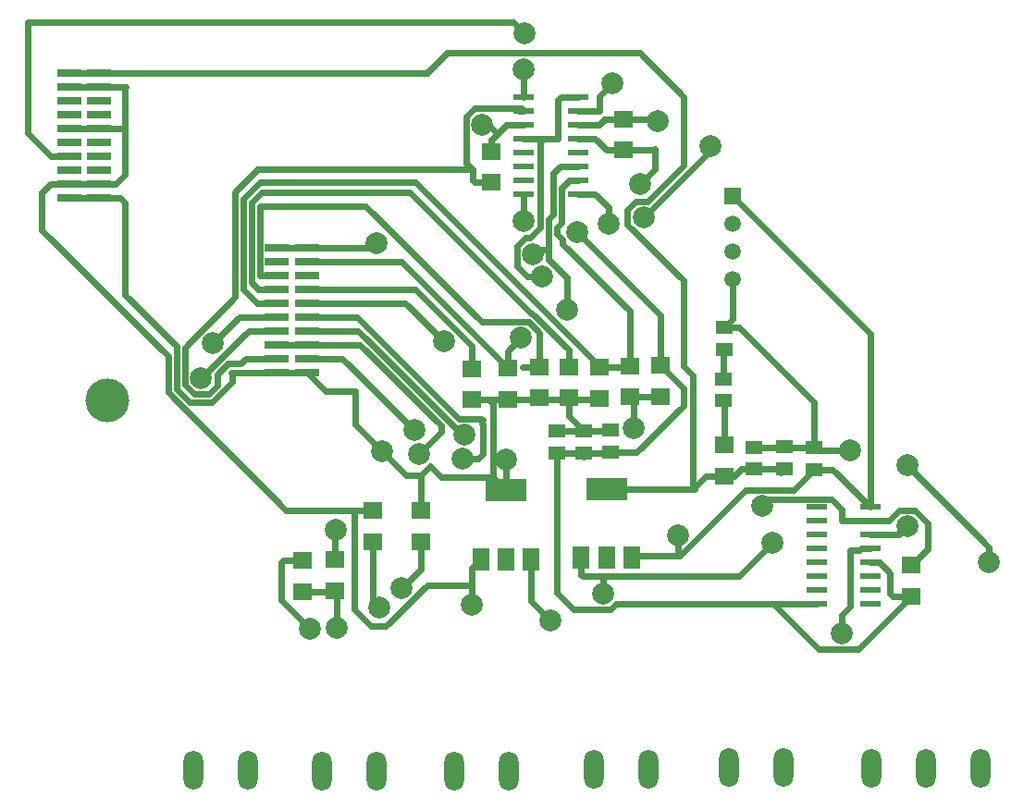
<source format=gbr>
%TF.GenerationSoftware,KiCad,Pcbnew,(5.1.10)-1*%
%TF.CreationDate,2021-08-27T14:28:00+05:30*%
%TF.ProjectId,CZTBoardV3,435a5442-6f61-4726-9456-332e6b696361,rev?*%
%TF.SameCoordinates,Original*%
%TF.FileFunction,Copper,L1,Top*%
%TF.FilePolarity,Positive*%
%FSLAX46Y46*%
G04 Gerber Fmt 4.6, Leading zero omitted, Abs format (unit mm)*
G04 Created by KiCad (PCBNEW (5.1.10)-1) date 2021-08-27 14:28:01*
%MOMM*%
%LPD*%
G01*
G04 APERTURE LIST*
%TA.AperFunction,ComponentPad*%
%ADD10O,1.790700X3.581400*%
%TD*%
%TA.AperFunction,ComponentPad*%
%ADD11C,1.500000*%
%TD*%
%TA.AperFunction,ComponentPad*%
%ADD12R,1.500000X1.500000*%
%TD*%
%TA.AperFunction,SMDPad,CuDef*%
%ADD13R,1.981200X0.558800*%
%TD*%
%TA.AperFunction,ComponentPad*%
%ADD14C,4.000000*%
%TD*%
%TA.AperFunction,SMDPad,CuDef*%
%ADD15R,2.222400X0.736600*%
%TD*%
%TA.AperFunction,SMDPad,CuDef*%
%ADD16R,1.803000X1.600000*%
%TD*%
%TA.AperFunction,SMDPad,CuDef*%
%ADD17R,3.800000X2.000000*%
%TD*%
%TA.AperFunction,SMDPad,CuDef*%
%ADD18R,1.500000X2.000000*%
%TD*%
%TA.AperFunction,SMDPad,CuDef*%
%ADD19R,1.600000X1.300000*%
%TD*%
%TA.AperFunction,ViaPad*%
%ADD20C,2.000000*%
%TD*%
%TA.AperFunction,Conductor*%
%ADD21C,0.609600*%
%TD*%
%TA.AperFunction,Conductor*%
%ADD22C,0.250000*%
%TD*%
G04 APERTURE END LIST*
D10*
%TO.P,X6,3*%
%TO.N,/GPIO*%
X204090000Y-143240000D03*
%TO.P,X6,2*%
%TO.N,/RST*%
X199090000Y-143240000D03*
%TO.P,X6,1*%
%TO.N,/PWR_ON*%
X194090000Y-143240000D03*
%TD*%
%TO.P,X5,2*%
%TO.N,/MISO*%
X185990000Y-143220000D03*
%TO.P,X5,1*%
%TO.N,/SS*%
X180990000Y-143220000D03*
%TD*%
%TO.P,X4,2*%
%TO.N,/MOSI*%
X173690000Y-143320000D03*
%TO.P,X4,1*%
%TO.N,/CLK*%
X168690000Y-143320000D03*
%TD*%
%TO.P,X3,2*%
%TO.N,/VIN5V*%
X160890000Y-143520000D03*
%TO.P,X3,1*%
%TO.N,AGND*%
X155890000Y-143520000D03*
%TD*%
%TO.P,X2,2*%
%TO.N,/LED+*%
X148790000Y-143520000D03*
%TO.P,X2,1*%
%TO.N,/LED-*%
X143790000Y-143520000D03*
%TD*%
%TO.P,X1,2*%
%TO.N,/EXT_PICO_GND*%
X136990000Y-143450000D03*
%TO.P,X1,1*%
%TO.N,/EXT_PICO_600V*%
X131990000Y-143450000D03*
%TD*%
D11*
%TO.P,U4,4*%
%TO.N,AGND*%
X181350000Y-98440000D03*
%TO.P,U4,3*%
%TO.N,Net-(U4-Pad3)*%
X181350000Y-95900000D03*
%TO.P,U4,2*%
%TO.N,/NC*%
X181350000Y-93360000D03*
D12*
%TO.P,U4,1*%
%TO.N,VCC*%
X181350000Y-90820000D03*
%TD*%
D13*
%TO.P,U3,16*%
%TO.N,VCC*%
X193963800Y-119325000D03*
%TO.P,U3,15*%
%TO.N,/MISO_N*%
X193963800Y-120595000D03*
%TO.P,U3,14*%
%TO.N,/MISO_P*%
X193963800Y-121865000D03*
%TO.P,U3,13*%
%TO.N,/MISO*%
X193963800Y-123135000D03*
%TO.P,U3,12*%
%TO.N,DGND*%
X193963800Y-124405000D03*
%TO.P,U3,11*%
%TO.N,Net-(U3-Pad11)*%
X193963800Y-125675000D03*
%TO.P,U3,10*%
%TO.N,Net-(U3-Pad10)*%
X193963800Y-126945000D03*
%TO.P,U3,9*%
%TO.N,Net-(U3-Pad9)*%
X193963800Y-128215000D03*
%TO.P,U3,8*%
%TO.N,DGND*%
X189036200Y-128215000D03*
%TO.P,U3,7*%
%TO.N,Net-(U3-Pad7)*%
X189036200Y-126945000D03*
%TO.P,U3,6*%
%TO.N,Net-(U3-Pad6)*%
X189036200Y-125675000D03*
%TO.P,U3,5*%
%TO.N,Net-(U3-Pad5)*%
X189036200Y-124405000D03*
%TO.P,U3,4*%
%TO.N,Net-(U3-Pad4)*%
X189036200Y-123135000D03*
%TO.P,U3,3*%
%TO.N,Net-(U3-Pad3)*%
X189036200Y-121865000D03*
%TO.P,U3,2*%
%TO.N,Net-(U3-Pad2)*%
X189036200Y-120595000D03*
%TO.P,U3,1*%
%TO.N,Net-(U3-Pad1)*%
X189036200Y-119325000D03*
%TD*%
%TO.P,U2,16*%
%TO.N,VCC*%
X167183800Y-81765000D03*
%TO.P,U2,15*%
%TO.N,/MOSI*%
X167183800Y-83035000D03*
%TO.P,U2,14*%
%TO.N,/MOSI_P*%
X167183800Y-84305000D03*
%TO.P,U2,13*%
%TO.N,/MOSI_N*%
X167183800Y-85575000D03*
%TO.P,U2,12*%
%TO.N,Net-(U2-Pad12)*%
X167183800Y-86845000D03*
%TO.P,U2,11*%
%TO.N,/SS_N*%
X167183800Y-88115000D03*
%TO.P,U2,10*%
%TO.N,/SS_P*%
X167183800Y-89385000D03*
%TO.P,U2,9*%
%TO.N,/SS*%
X167183800Y-90655000D03*
%TO.P,U2,8*%
%TO.N,DGND*%
X162256200Y-90655000D03*
%TO.P,U2,7*%
%TO.N,Net-(U2-Pad7)*%
X162256200Y-89385000D03*
%TO.P,U2,6*%
%TO.N,Net-(U2-Pad6)*%
X162256200Y-88115000D03*
%TO.P,U2,5*%
%TO.N,Net-(U2-Pad5)*%
X162256200Y-86845000D03*
%TO.P,U2,4*%
%TO.N,VCC*%
X162256200Y-85575000D03*
%TO.P,U2,3*%
%TO.N,/CLK_N*%
X162256200Y-84305000D03*
%TO.P,U2,2*%
%TO.N,/CLK_P*%
X162256200Y-83035000D03*
%TO.P,U2,1*%
%TO.N,/CLK*%
X162256200Y-81765000D03*
%TD*%
D14*
%TO.P,U1,41*%
%TO.N,/HV*%
X124090000Y-109530000D03*
D15*
%TO.P,U1,1*%
%TO.N,/AVFE*%
X123391700Y-79562000D03*
%TO.P,U1,2*%
X120661200Y-79562000D03*
%TO.P,U1,3*%
%TO.N,AGND*%
X123391700Y-80832000D03*
%TO.P,U1,4*%
X120661200Y-80832000D03*
%TO.P,U1,5*%
%TO.N,N/C*%
X123391700Y-82102000D03*
%TO.P,U1,6*%
X120661200Y-82102000D03*
%TO.P,U1,7*%
X123391700Y-83372000D03*
%TO.P,U1,8*%
X120661200Y-83372000D03*
%TO.P,U1,9*%
%TO.N,AGND*%
X123391700Y-84642000D03*
%TO.P,U1,10*%
X120661200Y-84642000D03*
%TO.P,U1,11*%
%TO.N,N/C*%
X123391700Y-85912000D03*
%TO.P,U1,12*%
X120661200Y-85912000D03*
%TO.P,U1,13*%
X123391700Y-87182000D03*
%TO.P,U1,14*%
%TO.N,/PWR_ON*%
X120661200Y-87182000D03*
%TO.P,U1,15*%
%TO.N,N/C*%
X123391700Y-88452000D03*
%TO.P,U1,16*%
X120661200Y-88452000D03*
%TO.P,U1,17*%
%TO.N,AGND*%
X123391700Y-89722000D03*
%TO.P,U1,18*%
X120661200Y-89722000D03*
%TO.P,U1,19*%
%TO.N,VCC*%
X123391700Y-90992000D03*
%TO.P,U1,20*%
X120661200Y-90992000D03*
%TO.P,U1,21*%
%TO.N,DGND*%
X142385300Y-95565000D03*
%TO.P,U1,22*%
X139654800Y-95565000D03*
%TO.P,U1,23*%
%TO.N,/RST*%
X142385300Y-96835000D03*
%TO.P,U1,24*%
%TO.N,/GPIO*%
X139654800Y-96835000D03*
%TO.P,U1,25*%
%TO.N,Net-(U1-Pad25)*%
X142385300Y-98105000D03*
%TO.P,U1,26*%
%TO.N,/TDI*%
X139654800Y-98105000D03*
%TO.P,U1,27*%
%TO.N,/TMS*%
X142385300Y-99375000D03*
%TO.P,U1,28*%
%TO.N,/TCK*%
X139654800Y-99375000D03*
%TO.P,U1,29*%
%TO.N,/SS_N*%
X142385300Y-100645000D03*
%TO.P,U1,30*%
%TO.N,/SS_P*%
X139654800Y-100645000D03*
%TO.P,U1,31*%
%TO.N,/MISO_N*%
X142385300Y-101915000D03*
%TO.P,U1,32*%
%TO.N,/MISO_P*%
X139654800Y-101915000D03*
%TO.P,U1,33*%
%TO.N,/MOSI_N*%
X142385300Y-103185000D03*
%TO.P,U1,34*%
%TO.N,/MOSI_P*%
X139654800Y-103185000D03*
%TO.P,U1,35*%
%TO.N,DGND*%
X142385300Y-104455000D03*
%TO.P,U1,36*%
X139654800Y-104455000D03*
%TO.P,U1,37*%
%TO.N,/CLK_N*%
X142385300Y-105725000D03*
%TO.P,U1,38*%
%TO.N,/CLK_P*%
X139654800Y-105725000D03*
%TO.P,U1,39*%
%TO.N,VCC*%
X142385300Y-106995000D03*
%TO.P,U1,40*%
X139654800Y-106995000D03*
%TD*%
D16*
%TO.P,R21,1*%
%TO.N,/AVFE*%
X180590000Y-116474000D03*
%TO.P,R21,2*%
%TO.N,Net-(C13-Pad1)*%
X180590000Y-113630000D03*
%TD*%
%TO.P,R18,1*%
%TO.N,/MISO_P*%
X142000000Y-127094000D03*
%TO.P,R18,2*%
%TO.N,VCC*%
X142000000Y-124250000D03*
%TD*%
%TO.P,R17,1*%
%TO.N,/MISO_N*%
X197720000Y-124668000D03*
%TO.P,R17,2*%
%TO.N,DGND*%
X197720000Y-127512000D03*
%TD*%
%TO.P,R16,1*%
%TO.N,/TDI*%
X163680000Y-106500000D03*
%TO.P,R16,2*%
%TO.N,VCC*%
X163680000Y-109344000D03*
%TD*%
%TO.P,R15,1*%
%TO.N,/TMS*%
X157480000Y-106680000D03*
%TO.P,R15,2*%
%TO.N,VCC*%
X157480000Y-109524000D03*
%TD*%
%TO.P,R14,1*%
%TO.N,/TCK*%
X166350000Y-106500000D03*
%TO.P,R14,2*%
%TO.N,VCC*%
X166350000Y-109344000D03*
%TD*%
%TO.P,R13,1*%
%TO.N,DGND*%
X174740000Y-106380000D03*
%TO.P,R13,2*%
%TO.N,/SS_N*%
X174740000Y-109224000D03*
%TD*%
%TO.P,R12,1*%
%TO.N,VCC*%
X169160000Y-109374000D03*
%TO.P,R12,2*%
%TO.N,/SS_P*%
X169160000Y-106530000D03*
%TD*%
%TO.P,R11,1*%
%TO.N,AGND*%
X148390000Y-119650000D03*
%TO.P,R11,2*%
%TO.N,/LED-*%
X148390000Y-122494000D03*
%TD*%
%TO.P,R10,1*%
%TO.N,VCC*%
X152790000Y-119650000D03*
%TO.P,R10,2*%
%TO.N,/LED+*%
X152790000Y-122494000D03*
%TD*%
%TO.P,R9,1*%
%TO.N,/RST*%
X160810000Y-106620000D03*
%TO.P,R9,2*%
%TO.N,VCC*%
X160810000Y-109464000D03*
%TD*%
%TO.P,R4,1*%
%TO.N,/MISO_N*%
X144930000Y-124138000D03*
%TO.P,R4,2*%
%TO.N,/MISO_P*%
X144930000Y-126982000D03*
%TD*%
%TO.P,R3,1*%
%TO.N,/MOSI_N*%
X171360000Y-86664000D03*
%TO.P,R3,2*%
%TO.N,/MOSI_P*%
X171360000Y-83820000D03*
%TD*%
%TO.P,R2,1*%
%TO.N,/SS_P*%
X171920000Y-106428000D03*
%TO.P,R2,2*%
%TO.N,/SS_N*%
X171920000Y-109272000D03*
%TD*%
%TO.P,R1,1*%
%TO.N,/CLK_P*%
X159290000Y-89612000D03*
%TO.P,R1,2*%
%TO.N,/CLK_N*%
X159290000Y-86768000D03*
%TD*%
D17*
%TO.P,IC2,4*%
%TO.N,/AVFE*%
X169810000Y-117660000D03*
D18*
%TO.P,IC2,3*%
%TO.N,VCC*%
X172110000Y-123960000D03*
%TO.P,IC2,2*%
%TO.N,N/C*%
X169810000Y-123960000D03*
%TO.P,IC2,1*%
%TO.N,AGND*%
X167510000Y-123960000D03*
%TD*%
D17*
%TO.P,IC1,4*%
%TO.N,VCC*%
X160590000Y-117800000D03*
D18*
%TO.P,IC1,3*%
%TO.N,/VIN5V*%
X162890000Y-124100000D03*
%TO.P,IC1,2*%
%TO.N,N/C*%
X160590000Y-124100000D03*
%TO.P,IC1,1*%
%TO.N,AGND*%
X158290000Y-124100000D03*
%TD*%
D19*
%TO.P,C14,2*%
%TO.N,AGND*%
X180570000Y-102880000D03*
%TO.P,C14,1*%
%TO.N,Net-(C13-Pad2)*%
X180570000Y-104880000D03*
%TD*%
%TO.P,C13,2*%
%TO.N,Net-(C13-Pad2)*%
X180550000Y-107610000D03*
%TO.P,C13,1*%
%TO.N,Net-(C13-Pad1)*%
X180550000Y-109610000D03*
%TD*%
%TO.P,C12,2*%
%TO.N,AGND*%
X183340000Y-113860000D03*
%TO.P,C12,1*%
%TO.N,/AVFE*%
X183340000Y-115860000D03*
%TD*%
%TO.P,C11,2*%
%TO.N,AGND*%
X186110000Y-113840000D03*
%TO.P,C11,1*%
%TO.N,/AVFE*%
X186110000Y-115840000D03*
%TD*%
%TO.P,C6,2*%
%TO.N,AGND*%
X188850000Y-113880000D03*
%TO.P,C6,1*%
%TO.N,VCC*%
X188850000Y-115880000D03*
%TD*%
%TO.P,C4,2*%
%TO.N,DGND*%
X167700000Y-114360000D03*
%TO.P,C4,1*%
%TO.N,VCC*%
X167700000Y-112360000D03*
%TD*%
%TO.P,C3,2*%
%TO.N,DGND*%
X170180000Y-114320000D03*
%TO.P,C3,1*%
%TO.N,VCC*%
X170180000Y-112320000D03*
%TD*%
%TO.P,C2,2*%
%TO.N,DGND*%
X165280000Y-114370000D03*
%TO.P,C2,1*%
%TO.N,VCC*%
X165280000Y-112370000D03*
%TD*%
D20*
%TO.N,AGND*%
X157480000Y-128270000D03*
X184980000Y-122650000D03*
X192110000Y-114110000D03*
X169510000Y-127250000D03*
%TO.N,VCC*%
X176380000Y-121910000D03*
X142640000Y-130460000D03*
X149273669Y-114251134D03*
X163950052Y-98200755D03*
X160640000Y-114977210D03*
%TO.N,/PWR_ON*%
X162285404Y-75925404D03*
%TO.N,/RST*%
X162010000Y-103850000D03*
X197340000Y-115530000D03*
X204850000Y-124410000D03*
%TO.N,/SS_N*%
X166200000Y-101280000D03*
X172280000Y-112120000D03*
X154920000Y-104170000D03*
X163070000Y-96160000D03*
%TO.N,/MISO_N*%
X145000000Y-121390000D03*
X156646774Y-114945399D03*
X184070000Y-119200000D03*
%TO.N,/MISO_P*%
X145100000Y-130400000D03*
X133817210Y-104346890D03*
X197329596Y-121119596D03*
%TO.N,/MOSI_N*%
X172850000Y-89750000D03*
X156827220Y-112704146D03*
%TO.N,/MOSI_P*%
X132700000Y-107550000D03*
X174522790Y-83990000D03*
%TO.N,/CLK_N*%
X152200000Y-112300000D03*
X158440000Y-84310000D03*
%TO.N,/MOSI*%
X170330000Y-80570000D03*
%TO.N,/SS*%
X179290000Y-86310000D03*
X173200000Y-92820000D03*
X170035427Y-93379625D03*
%TO.N,/CLK*%
X162190000Y-79232788D03*
%TO.N,/MISO*%
X191340000Y-130900000D03*
%TO.N,/LED-*%
X149050404Y-128510404D03*
%TO.N,/LED+*%
X151079596Y-126739596D03*
%TO.N,/VIN5V*%
X164649326Y-129727210D03*
%TO.N,DGND*%
X148720000Y-95140000D03*
X152631387Y-114458660D03*
X167126118Y-94200931D03*
X162248956Y-93135563D03*
%TD*%
D21*
%TO.N,AGND*%
X123391700Y-80832000D02*
X124424162Y-80832000D01*
X124424162Y-84642000D02*
X123391700Y-84642000D01*
X124908000Y-89722000D02*
X123391700Y-89722000D01*
X125730000Y-88900000D02*
X124908000Y-89722000D01*
X125730000Y-85947838D02*
X125730000Y-88900000D01*
X120661200Y-89722000D02*
X123391700Y-89722000D01*
X147016738Y-119650000D02*
X148390000Y-119650000D01*
X120661200Y-89722000D02*
X119628738Y-89722000D01*
X148590000Y-119450000D02*
X148390000Y-119650000D01*
X188830000Y-113860000D02*
X188850000Y-113880000D01*
X183340000Y-113860000D02*
X188830000Y-113860000D01*
X188850000Y-109750400D02*
X188850000Y-113880000D01*
X181979600Y-102880000D02*
X188850000Y-109750400D01*
X180570000Y-102880000D02*
X181979600Y-102880000D01*
X188850000Y-113880000D02*
X189122962Y-113880000D01*
X181960000Y-125670000D02*
X184980000Y-122650000D01*
X176900000Y-125670000D02*
X181960000Y-125670000D01*
X177242962Y-125670000D02*
X176900000Y-125670000D01*
X189080000Y-114110000D02*
X188850000Y-113880000D01*
X192110000Y-114110000D02*
X189080000Y-114110000D01*
X167510000Y-125569600D02*
X167510000Y-123960000D01*
X167610400Y-125670000D02*
X167510000Y-125569600D01*
X181350000Y-102100000D02*
X180570000Y-102880000D01*
X181350000Y-98440000D02*
X181350000Y-102100000D01*
X146878900Y-119650000D02*
X148390000Y-119650000D01*
X120661200Y-89722000D02*
X118940400Y-89722000D01*
X118940400Y-89722000D02*
X118110000Y-90552400D01*
X118110000Y-90552400D02*
X118110000Y-93980000D01*
X129678776Y-105548776D02*
X129678776Y-108840728D01*
X118110000Y-93980000D02*
X129678776Y-105548776D01*
X129678776Y-108840728D02*
X140488048Y-119650000D01*
X157480000Y-124910000D02*
X158290000Y-124100000D01*
X169510000Y-125750000D02*
X169590000Y-125670000D01*
X169510000Y-127250000D02*
X169510000Y-125750000D01*
X169590000Y-125670000D02*
X167610400Y-125670000D01*
X176900000Y-125670000D02*
X169590000Y-125670000D01*
X157480000Y-128270000D02*
X157480000Y-126490000D01*
X157480000Y-126490000D02*
X157480000Y-124910000D01*
X157480000Y-126490000D02*
X153390000Y-126490000D01*
X153390000Y-126490000D02*
X149650000Y-130230000D01*
X149650000Y-130230000D02*
X148220000Y-130230000D01*
X148220000Y-130230000D02*
X146690000Y-128700000D01*
X146690000Y-119750000D02*
X146590000Y-119650000D01*
X146690000Y-128700000D02*
X146690000Y-119750000D01*
X146590000Y-119650000D02*
X146878900Y-119650000D01*
X140488048Y-119650000D02*
X146590000Y-119650000D01*
X123391700Y-80832000D02*
X125842000Y-80832000D01*
X125522000Y-84642000D02*
X125730000Y-84850000D01*
X123391700Y-84642000D02*
X125522000Y-84642000D01*
X125730000Y-84850000D02*
X125730000Y-85947838D01*
X125730000Y-80944000D02*
X125730000Y-84850000D01*
X120661200Y-80832000D02*
X123391700Y-80832000D01*
X120661200Y-84642000D02*
X123391700Y-84642000D01*
D22*
%TO.N,VCC*%
X160590000Y-117800000D02*
X160590000Y-117540000D01*
D21*
X152790000Y-119650000D02*
X152790000Y-116450000D01*
X152790000Y-116450000D02*
X153670000Y-115570000D01*
X120661200Y-90992000D02*
X123391700Y-90992000D01*
X123391700Y-90992000D02*
X125282000Y-90992000D01*
X125282000Y-90992000D02*
X125730000Y-91440000D01*
X125730000Y-91440000D02*
X125730000Y-96520000D01*
X125730000Y-96520000D02*
X125730000Y-97226395D01*
X135575000Y-106995000D02*
X142385300Y-106995000D01*
X135498605Y-106995000D02*
X135575000Y-106995000D01*
X159400000Y-116610000D02*
X160590000Y-117800000D01*
X169010000Y-109524000D02*
X169160000Y-109374000D01*
X157480000Y-109524000D02*
X169010000Y-109524000D01*
X166350000Y-111010000D02*
X167700000Y-112360000D01*
X166350000Y-109344000D02*
X166350000Y-111010000D01*
X170140000Y-112360000D02*
X170180000Y-112320000D01*
X167700000Y-112360000D02*
X170140000Y-112360000D01*
X167690000Y-112370000D02*
X167700000Y-112360000D01*
X165280000Y-112370000D02*
X167690000Y-112370000D01*
X167183800Y-81765000D02*
X165655000Y-81765000D01*
X165655000Y-81765000D02*
X165330000Y-82090000D01*
X165330000Y-82090000D02*
X165330000Y-85630000D01*
X162311200Y-85630000D02*
X162256200Y-85575000D01*
X172270000Y-123800000D02*
X172110000Y-123960000D01*
X165330000Y-85630000D02*
X164050000Y-85630000D01*
X164050000Y-85630000D02*
X162311200Y-85630000D01*
X125730000Y-99904306D02*
X130440787Y-104615093D01*
X130440787Y-108525093D02*
X131684907Y-109769213D01*
X130440787Y-104615093D02*
X130440787Y-108525093D01*
X131684907Y-109769213D02*
X133715093Y-109769213D01*
X135575000Y-107909306D02*
X135575000Y-106995000D01*
X133715093Y-109769213D02*
X135575000Y-107909306D01*
X125730000Y-96520000D02*
X125730000Y-99904306D01*
X176380000Y-123660000D02*
X176520000Y-123800000D01*
X176380000Y-121910000D02*
X176380000Y-123660000D01*
X176520000Y-123800000D02*
X172270000Y-123800000D01*
X140240000Y-124250000D02*
X142000000Y-124250000D01*
X140060000Y-124430000D02*
X140240000Y-124250000D01*
X140060000Y-127880000D02*
X140060000Y-124430000D01*
X142640000Y-130460000D02*
X140060000Y-127880000D01*
X142385300Y-106995000D02*
X144115300Y-108725000D01*
X144115300Y-108725000D02*
X146825000Y-108725000D01*
X154710000Y-116610000D02*
X159400000Y-116610000D01*
X153670000Y-115570000D02*
X154710000Y-116610000D01*
X146825000Y-108725000D02*
X146825000Y-110414682D01*
X146825000Y-108725000D02*
X146825000Y-111802465D01*
X148273670Y-113251135D02*
X149273669Y-114251134D01*
X146825000Y-111802465D02*
X148273670Y-113251135D01*
X188850000Y-115880000D02*
X190518800Y-115880000D01*
X190518800Y-115880000D02*
X193963800Y-119325000D01*
X161612799Y-97277715D02*
X162535839Y-98200755D01*
X163769999Y-93733343D02*
X162800543Y-94702799D01*
X162370543Y-94702799D02*
X161612799Y-95460543D01*
X162800543Y-94702799D02*
X162370543Y-94702799D01*
X164050000Y-85630000D02*
X163769999Y-85910001D01*
X163769999Y-85910001D02*
X163769999Y-93733343D01*
X161612799Y-95460543D02*
X161612799Y-97277715D01*
X162535839Y-98200755D02*
X163950052Y-98200755D01*
X151472535Y-116450000D02*
X149273669Y-114251134D01*
X152790000Y-116450000D02*
X151472535Y-116450000D01*
X193963800Y-103433800D02*
X193963800Y-119325000D01*
X181350000Y-90820000D02*
X193963800Y-103433800D01*
X158991100Y-109524000D02*
X159400000Y-109932900D01*
X157480000Y-109524000D02*
X158991100Y-109524000D01*
X159400000Y-109932900D02*
X159400000Y-116610000D01*
X188850000Y-115880000D02*
X186987202Y-117742798D01*
X186987202Y-117742798D02*
X182577202Y-117742798D01*
X182577202Y-117742798D02*
X176520000Y-123800000D01*
X160590000Y-115027210D02*
X160640000Y-114977210D01*
X160590000Y-117800000D02*
X160590000Y-115027210D01*
%TO.N,/AVFE*%
X185750000Y-116200000D02*
X186110000Y-115840000D01*
X132902000Y-79562000D02*
X130868000Y-79562000D01*
X130868000Y-79562000D02*
X123391700Y-79562000D01*
X177460000Y-117660000D02*
X177870000Y-117660000D01*
X169810000Y-117660000D02*
X177460000Y-117660000D01*
X130868000Y-79562000D02*
X153401342Y-79562000D01*
X173579556Y-91362798D02*
X172500542Y-91362798D01*
X176860712Y-106479288D02*
X177700000Y-107318576D01*
X176860712Y-88081642D02*
X173579556Y-91362798D01*
X171742798Y-93479458D02*
X176860712Y-98597372D01*
X177700000Y-107318576D02*
X177700000Y-117420000D01*
X172500542Y-91362798D02*
X171742798Y-92120542D01*
X176860712Y-81760712D02*
X176860712Y-88081642D01*
X153401342Y-79562000D02*
X155187756Y-77775586D01*
X172875586Y-77775586D02*
X176860712Y-81760712D01*
X155187756Y-77775586D02*
X172875586Y-77775586D01*
X171742798Y-92120542D02*
X171742798Y-93479458D01*
X176860712Y-98597372D02*
X176860712Y-106479288D01*
X177700000Y-117420000D02*
X177460000Y-117660000D01*
X186090000Y-115860000D02*
X186110000Y-115840000D01*
X183340000Y-115860000D02*
X186090000Y-115860000D01*
X120661200Y-79562000D02*
X123391700Y-79562000D01*
X177700000Y-117420000D02*
X177990000Y-117420000D01*
X178936000Y-116474000D02*
X180590000Y-116474000D01*
X177990000Y-117420000D02*
X178936000Y-116474000D01*
X180590000Y-116474000D02*
X181516000Y-116474000D01*
X182130000Y-115860000D02*
X183340000Y-115860000D01*
X181516000Y-116474000D02*
X182130000Y-115860000D01*
%TO.N,/PWR_ON*%
X120661200Y-87182000D02*
X118940400Y-87182000D01*
X116840000Y-74930000D02*
X116844595Y-74925405D01*
X116844595Y-74925405D02*
X161285405Y-74925405D01*
X161285405Y-74925405D02*
X162285404Y-75925404D01*
X116840000Y-85081600D02*
X116840000Y-74930000D01*
X118940400Y-87182000D02*
X116840000Y-85081600D01*
%TO.N,/RST*%
X151025000Y-96835000D02*
X142385300Y-96835000D01*
X160810000Y-106620000D02*
X151025000Y-96835000D01*
X160810000Y-105050000D02*
X162010000Y-103850000D01*
X160810000Y-106620000D02*
X160810000Y-105050000D01*
X204850000Y-123040000D02*
X204850000Y-124410000D01*
X197340000Y-115530000D02*
X204850000Y-123040000D01*
%TO.N,/SS_N*%
X174692000Y-109272000D02*
X174740000Y-109224000D01*
X171920000Y-109272000D02*
X174692000Y-109272000D01*
X172280000Y-109632000D02*
X171920000Y-109272000D01*
X172280000Y-112120000D02*
X172280000Y-109632000D01*
X142385300Y-100645000D02*
X151395000Y-100645000D01*
X151395000Y-100645000D02*
X154920000Y-104170000D01*
X166200000Y-98322765D02*
X166200000Y-101280000D01*
X164973988Y-92531706D02*
X164540788Y-92964906D01*
X164973988Y-88724612D02*
X164973988Y-92531706D01*
X167183800Y-88115000D02*
X165583600Y-88115000D01*
X164540788Y-96663553D02*
X166200000Y-98322765D01*
X165583600Y-88115000D02*
X164973988Y-88724612D01*
X163500788Y-95729212D02*
X164540788Y-95729212D01*
X163070000Y-96160000D02*
X163500788Y-95729212D01*
X164540788Y-95729212D02*
X164540788Y-96663553D01*
X164540788Y-92964906D02*
X164540788Y-95729212D01*
%TO.N,/SS_P*%
X169160000Y-106530000D02*
X169160000Y-106440000D01*
X169160000Y-106440000D02*
X152290000Y-89570000D01*
X152290000Y-89570000D02*
X138090000Y-89570000D01*
X136562378Y-91097623D02*
X136562378Y-99402378D01*
X138090000Y-89570000D02*
X136562378Y-91097623D01*
X137805000Y-100645000D02*
X139654800Y-100645000D01*
X136562378Y-99402378D02*
X137805000Y-100645000D01*
X171818000Y-106530000D02*
X171920000Y-106428000D01*
X169160000Y-106530000D02*
X171818000Y-106530000D01*
X165807201Y-94820543D02*
X165807201Y-95260543D01*
X165735999Y-93337341D02*
X165302799Y-93770541D01*
X171920000Y-101373342D02*
X171920000Y-106428000D01*
X165735999Y-90121601D02*
X165735999Y-93337341D01*
X167183800Y-89385000D02*
X166472600Y-89385000D01*
X165807201Y-95260543D02*
X171920000Y-101373342D01*
X165302799Y-93770541D02*
X165302798Y-94316140D01*
X166472600Y-89385000D02*
X165735999Y-90121601D01*
X165302798Y-94316140D02*
X165807201Y-94820543D01*
%TO.N,/MISO_N*%
X144930000Y-121460000D02*
X145000000Y-121390000D01*
X144930000Y-124138000D02*
X144930000Y-121460000D01*
X196630139Y-119662395D02*
X198029053Y-119662395D01*
X199207202Y-120840542D02*
X199207202Y-123180798D01*
X198029053Y-119662395D02*
X199207202Y-120840542D01*
X199207202Y-123180798D02*
X197720000Y-124668000D01*
X195697534Y-120595000D02*
X196630139Y-119662395D01*
X193963800Y-120595000D02*
X195697534Y-120595000D01*
X158538044Y-111753373D02*
X158538044Y-114468342D01*
X158060987Y-114945399D02*
X156646774Y-114945399D01*
X158538044Y-114468342D02*
X158060987Y-114945399D01*
X158440000Y-111655329D02*
X158538044Y-111753373D01*
X193963800Y-120595000D02*
X191355000Y-120595000D01*
X191355000Y-119550838D02*
X190392561Y-118588399D01*
X184681601Y-118588399D02*
X184070000Y-119200000D01*
X191355000Y-120595000D02*
X191355000Y-119550838D01*
X190392561Y-118588399D02*
X184681601Y-118588399D01*
X142385300Y-101915000D02*
X146975000Y-101915000D01*
X146975000Y-101915000D02*
X156306944Y-111246944D01*
X156306944Y-111246944D02*
X158326944Y-111246944D01*
X158326944Y-111246944D02*
X158460000Y-111380000D01*
%TO.N,/MISO_P*%
X144818000Y-127094000D02*
X144930000Y-126982000D01*
X142000000Y-127094000D02*
X144818000Y-127094000D01*
X145100000Y-127152000D02*
X144930000Y-126982000D01*
X145100000Y-130400000D02*
X145100000Y-127152000D01*
X136249100Y-101915000D02*
X133817210Y-104346890D01*
X139654800Y-101915000D02*
X136249100Y-101915000D01*
X196584192Y-121865000D02*
X197329596Y-121119596D01*
X193963800Y-121865000D02*
X196584192Y-121865000D01*
%TO.N,/MOSI_N*%
X167183800Y-85575000D02*
X168755000Y-85575000D01*
X169844000Y-86664000D02*
X171360000Y-86664000D01*
X168755000Y-85575000D02*
X169844000Y-86664000D01*
X172850000Y-89750000D02*
X174210000Y-88390000D01*
X174210000Y-88390000D02*
X174210000Y-86540000D01*
X174086000Y-86664000D02*
X171360000Y-86664000D01*
X174210000Y-86540000D02*
X174086000Y-86664000D01*
X156596500Y-112704146D02*
X156827220Y-112704146D01*
X147077354Y-103185000D02*
X156596500Y-112704146D01*
X142385300Y-103185000D02*
X147077354Y-103185000D01*
%TO.N,/MOSI_P*%
X167183800Y-84305000D02*
X169145000Y-84305000D01*
X169630000Y-83820000D02*
X171360000Y-83820000D01*
X169145000Y-84305000D02*
X169630000Y-83820000D01*
X137065000Y-103185000D02*
X132700000Y-107550000D01*
X139654800Y-103185000D02*
X137065000Y-103185000D01*
X174352790Y-83820000D02*
X174522790Y-83990000D01*
X171360000Y-83820000D02*
X174352790Y-83820000D01*
%TO.N,/CLK_N*%
X159290000Y-85671000D02*
X159290000Y-86768000D01*
X162256200Y-84305000D02*
X160656000Y-84305000D01*
X145625000Y-105725000D02*
X152200000Y-112300000D01*
X142385300Y-105725000D02*
X145625000Y-105725000D01*
X158970000Y-84310000D02*
X159810500Y-85150500D01*
X159810500Y-85150500D02*
X159290000Y-85671000D01*
X158440000Y-84310000D02*
X158970000Y-84310000D01*
X160656000Y-84305000D02*
X159810500Y-85150500D01*
%TO.N,/CLK_P*%
X162256200Y-83035000D02*
X161825000Y-83035000D01*
X157722000Y-89612000D02*
X159290000Y-89612000D01*
X157560000Y-89450000D02*
X157722000Y-89612000D01*
X157560000Y-88440000D02*
X157560000Y-89450000D01*
X137850000Y-88440000D02*
X157560000Y-88440000D01*
X136325636Y-106222010D02*
X135105636Y-106222010D01*
X131202798Y-108169458D02*
X131202798Y-104709736D01*
X135800376Y-100112158D02*
X135800376Y-90489624D01*
X132040542Y-109007202D02*
X131202798Y-108169458D01*
X134157202Y-108249458D02*
X133399458Y-109007202D01*
X133399458Y-109007202D02*
X132040542Y-109007202D01*
X134157202Y-107170444D02*
X134157202Y-108249458D01*
X131202798Y-104709736D02*
X135800376Y-100112158D01*
X135105636Y-106222010D02*
X134157202Y-107170444D01*
X135800376Y-90489624D02*
X137850000Y-88440000D01*
X136822646Y-105725000D02*
X136325636Y-106222010D01*
X139654800Y-105725000D02*
X136822646Y-105725000D01*
X156982799Y-83610543D02*
X156982799Y-87862799D01*
X162256200Y-83035000D02*
X162073999Y-82852799D01*
X157740543Y-82852799D02*
X156982799Y-83610543D01*
X162073999Y-82852799D02*
X157740543Y-82852799D01*
X156982799Y-87862799D02*
X157560000Y-88440000D01*
%TO.N,/MOSI*%
X170330000Y-80570000D02*
X169180000Y-81720000D01*
X169180000Y-81720000D02*
X169180000Y-83020000D01*
X169165000Y-83035000D02*
X167183800Y-83035000D01*
X169180000Y-83020000D02*
X169165000Y-83035000D01*
%TO.N,/SS*%
X179290000Y-86730000D02*
X173200000Y-92820000D01*
X179290000Y-86310000D02*
X179290000Y-86730000D01*
X167183800Y-90655000D02*
X168784000Y-90655000D01*
X170035427Y-91906427D02*
X170035427Y-93379625D01*
X168784000Y-90655000D02*
X170035427Y-91906427D01*
%TO.N,/CLK*%
X162256200Y-79298988D02*
X162190000Y-79232788D01*
X162256200Y-81765000D02*
X162256200Y-79298988D01*
%TO.N,/MISO*%
X193140838Y-123135000D02*
X192995838Y-123280000D01*
X193963800Y-123135000D02*
X193140838Y-123135000D01*
X192995838Y-123280000D02*
X192100000Y-123280000D01*
X192100000Y-128444162D02*
X192130000Y-128474162D01*
X192100000Y-123280000D02*
X192100000Y-128444162D01*
X191340000Y-129204162D02*
X192100000Y-128444162D01*
X191340000Y-130900000D02*
X191340000Y-129204162D01*
%TO.N,/LED-*%
X148390000Y-122494000D02*
X148390000Y-127850000D01*
X148390000Y-127850000D02*
X149050404Y-128510404D01*
%TO.N,/LED+*%
X152790000Y-125029192D02*
X151079596Y-126739596D01*
X152790000Y-122494000D02*
X152790000Y-125029192D01*
%TO.N,/VIN5V*%
X162890000Y-124100000D02*
X162890000Y-127967884D01*
X162890000Y-127967884D02*
X164649326Y-129727210D01*
%TO.N,Net-(C13-Pad2)*%
X180550000Y-104900000D02*
X180570000Y-104880000D01*
X180550000Y-107610000D02*
X180550000Y-104900000D01*
%TO.N,Net-(C13-Pad1)*%
X180550000Y-109610000D02*
X180480000Y-109610000D01*
X180590000Y-109650000D02*
X180550000Y-109610000D01*
X180590000Y-113630000D02*
X180590000Y-109650000D01*
%TO.N,/TCK*%
X137934000Y-99375000D02*
X139654800Y-99375000D01*
X137324389Y-98765389D02*
X137934000Y-99375000D01*
X163025093Y-101630787D02*
X162890387Y-101630787D01*
X137324389Y-91413257D02*
X137324389Y-98765389D01*
X166350000Y-106500000D02*
X166350000Y-104955694D01*
X138227646Y-90510000D02*
X137324389Y-91413257D01*
X162890387Y-101630787D02*
X151769600Y-90510000D01*
X166350000Y-104955694D02*
X163025093Y-101630787D01*
X151769600Y-90510000D02*
X138227646Y-90510000D01*
%TO.N,/TMS*%
X157480000Y-106680000D02*
X157480000Y-104573340D01*
X157480000Y-104573340D02*
X152281660Y-99375000D01*
X152281660Y-99375000D02*
X142385300Y-99375000D01*
%TO.N,/TDI*%
X138086400Y-98105000D02*
X139654800Y-98105000D01*
X163680000Y-106500000D02*
X163680000Y-103363340D01*
X138086400Y-91790000D02*
X138086400Y-98105000D01*
X162709458Y-102392798D02*
X158372798Y-102392798D01*
X147770000Y-91790000D02*
X138086400Y-91790000D01*
X163680000Y-103363340D02*
X162709458Y-102392798D01*
X158372798Y-102392798D02*
X147770000Y-91790000D01*
X163680000Y-106500000D02*
X162168701Y-106500000D01*
%TO.N,DGND*%
X139654800Y-95565000D02*
X142385300Y-95565000D01*
X167700000Y-114360000D02*
X167700000Y-114710000D01*
X170130000Y-114370000D02*
X170180000Y-114320000D01*
X165280000Y-114370000D02*
X170130000Y-114370000D01*
X194786762Y-124405000D02*
X195790000Y-125408238D01*
X193963800Y-124405000D02*
X194786762Y-124405000D01*
X195790000Y-125408238D02*
X195790000Y-127260000D01*
X196042000Y-127512000D02*
X197720000Y-127512000D01*
X195790000Y-127260000D02*
X196042000Y-127512000D01*
X142385300Y-104455000D02*
X139654800Y-104455000D01*
X148295000Y-95565000D02*
X148720000Y-95140000D01*
X142385300Y-95565000D02*
X148295000Y-95565000D01*
X174740000Y-106380000D02*
X176840000Y-108480000D01*
X176840000Y-108480000D02*
X176840000Y-110070000D01*
X176840000Y-110070000D02*
X172590000Y-114320000D01*
X172590000Y-114320000D02*
X170180000Y-114320000D01*
X189036200Y-128215000D02*
X185085000Y-128215000D01*
X166797201Y-128707201D02*
X165280000Y-127190000D01*
X185085000Y-128215000D02*
X170701658Y-128215000D01*
X170701658Y-128215000D02*
X170209457Y-128707201D01*
X170209457Y-128707201D02*
X166797201Y-128707201D01*
X165280000Y-115629600D02*
X165280000Y-114370000D01*
X165280000Y-127190000D02*
X165280000Y-115629600D01*
X192874799Y-132357201D02*
X189227201Y-132357201D01*
X189227201Y-132357201D02*
X185085000Y-128215000D01*
X192874799Y-132357201D02*
X197720000Y-127512000D01*
X174740000Y-106380000D02*
X174740000Y-101814813D01*
X162256200Y-93128319D02*
X162248956Y-93135563D01*
X174740000Y-101814813D02*
X167126118Y-94200931D01*
X162256200Y-90655000D02*
X162256200Y-93128319D01*
X142385300Y-104455000D02*
X147269708Y-104455000D01*
X154647202Y-112442845D02*
X152631387Y-114458660D01*
X154647202Y-111832494D02*
X154647202Y-112442845D01*
X147269708Y-104455000D02*
X154647202Y-111832494D01*
%TD*%
M02*

</source>
